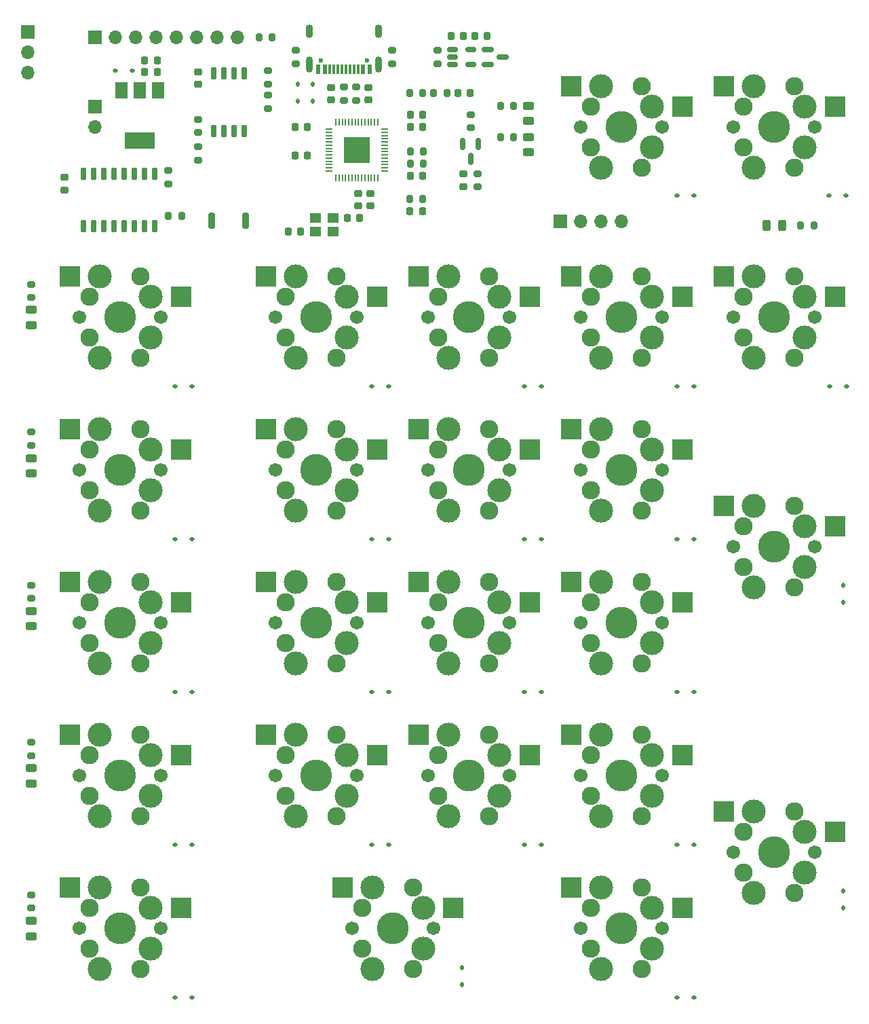
<source format=gbr>
%TF.GenerationSoftware,KiCad,Pcbnew,7.0.7*%
%TF.CreationDate,2024-03-23T11:57:10+09:00*%
%TF.ProjectId,RP2040_KBD,52503230-3430-45f4-9b42-442e6b696361,rev?*%
%TF.SameCoordinates,Original*%
%TF.FileFunction,Soldermask,Top*%
%TF.FilePolarity,Negative*%
%FSLAX46Y46*%
G04 Gerber Fmt 4.6, Leading zero omitted, Abs format (unit mm)*
G04 Created by KiCad (PCBNEW 7.0.7) date 2024-03-23 11:57:10*
%MOMM*%
%LPD*%
G01*
G04 APERTURE LIST*
G04 Aperture macros list*
%AMRoundRect*
0 Rectangle with rounded corners*
0 $1 Rounding radius*
0 $2 $3 $4 $5 $6 $7 $8 $9 X,Y pos of 4 corners*
0 Add a 4 corners polygon primitive as box body*
4,1,4,$2,$3,$4,$5,$6,$7,$8,$9,$2,$3,0*
0 Add four circle primitives for the rounded corners*
1,1,$1+$1,$2,$3*
1,1,$1+$1,$4,$5*
1,1,$1+$1,$6,$7*
1,1,$1+$1,$8,$9*
0 Add four rect primitives between the rounded corners*
20,1,$1+$1,$2,$3,$4,$5,0*
20,1,$1+$1,$4,$5,$6,$7,0*
20,1,$1+$1,$6,$7,$8,$9,0*
20,1,$1+$1,$8,$9,$2,$3,0*%
G04 Aperture macros list end*
%ADD10RoundRect,0.112500X0.187500X0.112500X-0.187500X0.112500X-0.187500X-0.112500X0.187500X-0.112500X0*%
%ADD11C,1.701800*%
%ADD12C,3.000000*%
%ADD13C,3.987800*%
%ADD14R,2.550000X2.500000*%
%ADD15C,2.286000*%
%ADD16RoundRect,0.200000X-0.275000X0.200000X-0.275000X-0.200000X0.275000X-0.200000X0.275000X0.200000X0*%
%ADD17RoundRect,0.112500X0.112500X-0.187500X0.112500X0.187500X-0.112500X0.187500X-0.112500X-0.187500X0*%
%ADD18RoundRect,0.225000X0.225000X0.250000X-0.225000X0.250000X-0.225000X-0.250000X0.225000X-0.250000X0*%
%ADD19C,0.600000*%
%ADD20R,0.600000X1.160000*%
%ADD21R,0.300000X1.160000*%
%ADD22O,0.900000X2.000000*%
%ADD23O,0.900000X1.700000*%
%ADD24RoundRect,0.200000X0.200000X0.275000X-0.200000X0.275000X-0.200000X-0.275000X0.200000X-0.275000X0*%
%ADD25RoundRect,0.225000X-0.225000X-0.250000X0.225000X-0.250000X0.225000X0.250000X-0.225000X0.250000X0*%
%ADD26R,1.700000X1.700000*%
%ADD27O,1.700000X1.700000*%
%ADD28RoundRect,0.150000X0.150000X-0.650000X0.150000X0.650000X-0.150000X0.650000X-0.150000X-0.650000X0*%
%ADD29RoundRect,0.200000X-0.200000X-0.275000X0.200000X-0.275000X0.200000X0.275000X-0.200000X0.275000X0*%
%ADD30RoundRect,0.225000X0.250000X-0.225000X0.250000X0.225000X-0.250000X0.225000X-0.250000X-0.225000X0*%
%ADD31RoundRect,0.150000X-0.150000X0.587500X-0.150000X-0.587500X0.150000X-0.587500X0.150000X0.587500X0*%
%ADD32RoundRect,0.243750X0.456250X-0.243750X0.456250X0.243750X-0.456250X0.243750X-0.456250X-0.243750X0*%
%ADD33RoundRect,0.150000X-0.512500X-0.150000X0.512500X-0.150000X0.512500X0.150000X-0.512500X0.150000X0*%
%ADD34R,1.500000X2.000000*%
%ADD35R,3.800000X2.000000*%
%ADD36RoundRect,0.225000X-0.250000X0.225000X-0.250000X-0.225000X0.250000X-0.225000X0.250000X0.225000X0*%
%ADD37RoundRect,0.200000X0.275000X-0.200000X0.275000X0.200000X-0.275000X0.200000X-0.275000X-0.200000X0*%
%ADD38RoundRect,0.200000X0.200000X0.800000X-0.200000X0.800000X-0.200000X-0.800000X0.200000X-0.800000X0*%
%ADD39R,1.400000X1.200000*%
%ADD40RoundRect,0.150000X-0.587500X-0.150000X0.587500X-0.150000X0.587500X0.150000X-0.587500X0.150000X0*%
%ADD41RoundRect,0.243750X-0.243750X-0.456250X0.243750X-0.456250X0.243750X0.456250X-0.243750X0.456250X0*%
%ADD42RoundRect,0.050000X-0.387500X-0.050000X0.387500X-0.050000X0.387500X0.050000X-0.387500X0.050000X0*%
%ADD43RoundRect,0.050000X-0.050000X-0.387500X0.050000X-0.387500X0.050000X0.387500X-0.050000X0.387500X0*%
%ADD44R,3.200000X3.200000*%
G04 APERTURE END LIST*
D10*
%TO.C,D20*%
X104590000Y-130240000D03*
X102490000Y-130240000D03*
%TD*%
D11*
%TO.C,SW3*%
X47010000Y-83520000D03*
D12*
X49550000Y-78440000D03*
X49550000Y-88600000D03*
D13*
X52090000Y-83520000D03*
D12*
X55900000Y-80980000D03*
X55900000Y-86060000D03*
D11*
X57170000Y-83520000D03*
D14*
X45800000Y-78440000D03*
D15*
X48280000Y-80980000D03*
X48280000Y-86060000D03*
X54630000Y-78440000D03*
X54630000Y-88600000D03*
D14*
X59650000Y-80980000D03*
%TD*%
D10*
%TO.C,D8*%
X61050000Y-92150000D03*
X58950000Y-92150000D03*
%TD*%
D16*
%TO.C,R11*%
X96700000Y-46550000D03*
X96700000Y-48200000D03*
%TD*%
D11*
%TO.C,SW14*%
X90530000Y-102570000D03*
D12*
X93070000Y-97490000D03*
X93070000Y-107650000D03*
D13*
X95610000Y-102570000D03*
D12*
X99420000Y-100030000D03*
X99420000Y-105110000D03*
D11*
X100690000Y-102570000D03*
D14*
X89320000Y-97490000D03*
D15*
X91800000Y-100030000D03*
X91800000Y-105110000D03*
X98150000Y-97490000D03*
X98150000Y-107650000D03*
D14*
X103170000Y-100030000D03*
%TD*%
D16*
%TO.C,R22*%
X41000000Y-78750000D03*
X41000000Y-80400000D03*
%TD*%
D11*
%TO.C,SW6*%
X47010000Y-140670000D03*
D12*
X49550000Y-135590000D03*
X49550000Y-145750000D03*
D13*
X52090000Y-140670000D03*
D12*
X55900000Y-138130000D03*
X55900000Y-143210000D03*
D11*
X57170000Y-140670000D03*
D14*
X45800000Y-135590000D03*
D15*
X48280000Y-138130000D03*
X48280000Y-143210000D03*
X54630000Y-135590000D03*
X54630000Y-145750000D03*
D14*
X59650000Y-138130000D03*
%TD*%
D11*
%TO.C,SW8*%
X71480000Y-83520000D03*
D12*
X74020000Y-78440000D03*
X74020000Y-88600000D03*
D13*
X76560000Y-83520000D03*
D12*
X80370000Y-80980000D03*
X80370000Y-86060000D03*
D11*
X81640000Y-83520000D03*
D14*
X70270000Y-78440000D03*
D15*
X72750000Y-80980000D03*
X72750000Y-86060000D03*
X79100000Y-78440000D03*
X79100000Y-88600000D03*
D14*
X84120000Y-80980000D03*
%TD*%
D17*
%TO.C,D3*%
X74200000Y-37500000D03*
X74200000Y-35400000D03*
%TD*%
D18*
%TO.C,C13*%
X95775000Y-36500000D03*
X94225000Y-36500000D03*
%TD*%
D19*
%TO.C,J3*%
X82890000Y-32450000D03*
X77110000Y-32450000D03*
D20*
X83200000Y-33510000D03*
X82400000Y-33510000D03*
D21*
X81250000Y-33510000D03*
X80250000Y-33510000D03*
X79750000Y-33510000D03*
X78750000Y-33510000D03*
D20*
X77600000Y-33510000D03*
X76800000Y-33510000D03*
X76800000Y-33510000D03*
X77600000Y-33510000D03*
D21*
X78250000Y-33510000D03*
X79250000Y-33510000D03*
X80750000Y-33510000D03*
X81750000Y-33510000D03*
D20*
X82400000Y-33510000D03*
X83200000Y-33510000D03*
D22*
X84320000Y-32930000D03*
D23*
X84320000Y-28760000D03*
D22*
X75680000Y-32930000D03*
D23*
X75680000Y-28760000D03*
%TD*%
D24*
%TO.C,R27*%
X59725000Y-51800000D03*
X58075000Y-51800000D03*
%TD*%
D25*
%TO.C,C2*%
X88250000Y-40700000D03*
X89800000Y-40700000D03*
%TD*%
D11*
%TO.C,SW17*%
X109580000Y-83520000D03*
D12*
X112120000Y-78440000D03*
X112120000Y-88600000D03*
D13*
X114660000Y-83520000D03*
D12*
X118470000Y-80980000D03*
X118470000Y-86060000D03*
D11*
X119740000Y-83520000D03*
D14*
X108370000Y-78440000D03*
D15*
X110850000Y-80980000D03*
X110850000Y-86060000D03*
X117200000Y-78440000D03*
X117200000Y-88600000D03*
D14*
X122220000Y-80980000D03*
%TD*%
D10*
%TO.C,D13*%
X85550000Y-92146666D03*
X83450000Y-92146666D03*
%TD*%
D26*
%TO.C,JP1*%
X40500000Y-28875000D03*
D27*
X40500000Y-31415000D03*
X40500000Y-33955000D03*
%TD*%
D28*
%TO.C,U3*%
X63695000Y-41200000D03*
X64965000Y-41200000D03*
X66235000Y-41200000D03*
X67505000Y-41200000D03*
X67505000Y-34000000D03*
X66235000Y-34000000D03*
X64965000Y-34000000D03*
X63695000Y-34000000D03*
%TD*%
D16*
%TO.C,R12*%
X95800000Y-39187500D03*
X95800000Y-40837500D03*
%TD*%
D29*
%TO.C,R28*%
X99550000Y-38100000D03*
X101200000Y-38100000D03*
%TD*%
D30*
%TO.C,C10*%
X94900000Y-48150000D03*
X94900000Y-46600000D03*
%TD*%
D25*
%TO.C,C4*%
X55125000Y-32400000D03*
X56675000Y-32400000D03*
%TD*%
D30*
%TO.C,C7*%
X78400000Y-37350000D03*
X78400000Y-35800000D03*
%TD*%
D16*
%TO.C,R2*%
X86000000Y-31175000D03*
X86000000Y-32825000D03*
%TD*%
D10*
%TO.C,D11*%
X61050000Y-149300000D03*
X58950000Y-149300000D03*
%TD*%
D11*
%TO.C,SW13*%
X90530000Y-83520000D03*
D12*
X93070000Y-78440000D03*
X93070000Y-88600000D03*
D13*
X95610000Y-83520000D03*
D12*
X99420000Y-80980000D03*
X99420000Y-86060000D03*
D11*
X100690000Y-83520000D03*
D14*
X89320000Y-78440000D03*
D15*
X91800000Y-80980000D03*
X91800000Y-86060000D03*
X98150000Y-78440000D03*
X98150000Y-88600000D03*
D14*
X103170000Y-80980000D03*
%TD*%
D17*
%TO.C,D27*%
X142340000Y-100000000D03*
X142340000Y-97900000D03*
%TD*%
D31*
%TO.C,Q1*%
X96750000Y-42862500D03*
X94850000Y-42862500D03*
X95800000Y-44737500D03*
%TD*%
D10*
%TO.C,D14*%
X85550000Y-111193332D03*
X83450000Y-111193332D03*
%TD*%
D32*
%TO.C,D35*%
X41000000Y-83875000D03*
X41000000Y-82000000D03*
%TD*%
D16*
%TO.C,R17*%
X81500000Y-35750000D03*
X81500000Y-37400000D03*
%TD*%
D18*
%TO.C,C1*%
X75450000Y-40700000D03*
X73900000Y-40700000D03*
%TD*%
D16*
%TO.C,R24*%
X41000000Y-117450000D03*
X41000000Y-119100000D03*
%TD*%
%TO.C,R13*%
X61800000Y-39775000D03*
X61800000Y-41425000D03*
%TD*%
%TO.C,R16*%
X80000000Y-35750000D03*
X80000000Y-37400000D03*
%TD*%
D11*
%TO.C,SW15*%
X90530000Y-121620000D03*
D12*
X93070000Y-116540000D03*
X93070000Y-126700000D03*
D13*
X95610000Y-121620000D03*
D12*
X99420000Y-119080000D03*
X99420000Y-124160000D03*
D11*
X100690000Y-121620000D03*
D14*
X89320000Y-116540000D03*
D15*
X91800000Y-119080000D03*
X91800000Y-124160000D03*
X98150000Y-116540000D03*
X98150000Y-126700000D03*
D14*
X103170000Y-119080000D03*
%TD*%
D33*
%TO.C,U2*%
X93525000Y-31050000D03*
X93525000Y-32000000D03*
X93525000Y-32950000D03*
X95800000Y-32950000D03*
X95800000Y-31050000D03*
%TD*%
D11*
%TO.C,SW22*%
X128630000Y-93045000D03*
D12*
X131170000Y-87965000D03*
X131170000Y-98125000D03*
D13*
X133710000Y-93045000D03*
D12*
X137520000Y-90505000D03*
X137520000Y-95585000D03*
D11*
X138790000Y-93045000D03*
D14*
X127420000Y-87965000D03*
D15*
X129900000Y-90505000D03*
X129900000Y-95585000D03*
X136250000Y-87965000D03*
X136250000Y-98125000D03*
D14*
X141270000Y-90505000D03*
%TD*%
D32*
%TO.C,D32*%
X41000000Y-102937500D03*
X41000000Y-101062500D03*
%TD*%
D34*
%TO.C,U1*%
X56800000Y-36150000D03*
X54500000Y-36150000D03*
D35*
X54500000Y-42450000D03*
D34*
X52200000Y-36150000D03*
%TD*%
D10*
%TO.C,D21*%
X123640000Y-73090000D03*
X121540000Y-73090000D03*
%TD*%
%TO.C,D7*%
X61050000Y-73100000D03*
X58950000Y-73100000D03*
%TD*%
D11*
%TO.C,SW11*%
X81005000Y-140670000D03*
D12*
X83545000Y-135590000D03*
X83545000Y-145750000D03*
D13*
X86085000Y-140670000D03*
D12*
X89895000Y-138130000D03*
X89895000Y-143210000D03*
D11*
X91165000Y-140670000D03*
D14*
X79795000Y-135590000D03*
D15*
X82275000Y-138130000D03*
X82275000Y-143210000D03*
X88625000Y-135590000D03*
X88625000Y-145750000D03*
D14*
X93645000Y-138130000D03*
%TD*%
D10*
%TO.C,D17*%
X104590000Y-73090000D03*
X102490000Y-73090000D03*
%TD*%
%TO.C,D25*%
X123640000Y-149290000D03*
X121540000Y-149290000D03*
%TD*%
D11*
%TO.C,SW12*%
X90530000Y-64470000D03*
D12*
X93070000Y-59390000D03*
X93070000Y-69550000D03*
D13*
X95610000Y-64470000D03*
D12*
X99420000Y-61930000D03*
X99420000Y-67010000D03*
D11*
X100690000Y-64470000D03*
D14*
X89320000Y-59390000D03*
D15*
X91800000Y-61930000D03*
X91800000Y-67010000D03*
X98150000Y-59390000D03*
X98150000Y-69550000D03*
D14*
X103170000Y-61930000D03*
%TD*%
D16*
%TO.C,R26*%
X58100000Y-46150000D03*
X58100000Y-47800000D03*
%TD*%
D32*
%TO.C,D37*%
X103000000Y-40000000D03*
X103000000Y-38125000D03*
%TD*%
D10*
%TO.C,D18*%
X104590000Y-92140000D03*
X102490000Y-92140000D03*
%TD*%
D17*
%TO.C,D2*%
X76100000Y-37500000D03*
X76100000Y-35400000D03*
%TD*%
D18*
%TO.C,C6*%
X75450000Y-44300000D03*
X73900000Y-44300000D03*
%TD*%
D29*
%TO.C,R14*%
X88200000Y-36500000D03*
X89850000Y-36500000D03*
%TD*%
D10*
%TO.C,D9*%
X61050000Y-111200000D03*
X58950000Y-111200000D03*
%TD*%
D25*
%TO.C,C15*%
X73050000Y-53800000D03*
X74600000Y-53800000D03*
%TD*%
%TO.C,C14*%
X88225000Y-51200000D03*
X89775000Y-51200000D03*
%TD*%
D32*
%TO.C,D33*%
X41000000Y-65407500D03*
X41000000Y-63532500D03*
%TD*%
D29*
%TO.C,R19*%
X69375000Y-29575000D03*
X71025000Y-29575000D03*
%TD*%
%TO.C,R29*%
X99550000Y-42000000D03*
X101200000Y-42000000D03*
%TD*%
D16*
%TO.C,R1*%
X61800000Y-43200000D03*
X61800000Y-44850000D03*
%TD*%
D17*
%TO.C,D16*%
X94720000Y-147620000D03*
X94720000Y-145520000D03*
%TD*%
D11*
%TO.C,SW4*%
X47010000Y-102570000D03*
D12*
X49550000Y-97490000D03*
X49550000Y-107650000D03*
D13*
X52090000Y-102570000D03*
D12*
X55900000Y-100030000D03*
X55900000Y-105110000D03*
D11*
X57170000Y-102570000D03*
D14*
X45800000Y-97490000D03*
D15*
X48280000Y-100030000D03*
X48280000Y-105110000D03*
X54630000Y-97490000D03*
X54630000Y-107650000D03*
D14*
X59650000Y-100030000D03*
%TD*%
D28*
%TO.C,U5*%
X47455000Y-53050000D03*
X48725000Y-53050000D03*
X49995000Y-53050000D03*
X51265000Y-53050000D03*
X52535000Y-53050000D03*
X53805000Y-53050000D03*
X55075000Y-53050000D03*
X56345000Y-53050000D03*
X56345000Y-46550000D03*
X55075000Y-46550000D03*
X53805000Y-46550000D03*
X52535000Y-46550000D03*
X51265000Y-46550000D03*
X49995000Y-46550000D03*
X48725000Y-46550000D03*
X47455000Y-46550000D03*
%TD*%
D11*
%TO.C,SW5*%
X47010000Y-121620000D03*
D12*
X49550000Y-116540000D03*
X49550000Y-126700000D03*
D13*
X52090000Y-121620000D03*
D12*
X55900000Y-119080000D03*
X55900000Y-124160000D03*
D11*
X57170000Y-121620000D03*
D14*
X45800000Y-116540000D03*
D15*
X48280000Y-119080000D03*
X48280000Y-124160000D03*
X54630000Y-116540000D03*
X54630000Y-126700000D03*
D14*
X59650000Y-119080000D03*
%TD*%
D24*
%TO.C,R20*%
X138650000Y-53000000D03*
X137000000Y-53000000D03*
%TD*%
D36*
%TO.C,C18*%
X83000000Y-35800000D03*
X83000000Y-37350000D03*
%TD*%
D10*
%TO.C,D29*%
X123650000Y-49300000D03*
X121550000Y-49300000D03*
%TD*%
D37*
%TO.C,R7*%
X70500000Y-35350000D03*
X70500000Y-33700000D03*
%TD*%
D11*
%TO.C,SW19*%
X109580000Y-121620000D03*
D12*
X112120000Y-116540000D03*
X112120000Y-126700000D03*
D13*
X114660000Y-121620000D03*
D12*
X118470000Y-119080000D03*
X118470000Y-124160000D03*
D11*
X119740000Y-121620000D03*
D14*
X108370000Y-116540000D03*
D15*
X110850000Y-119080000D03*
X110850000Y-124160000D03*
X117200000Y-116540000D03*
X117200000Y-126700000D03*
D14*
X122220000Y-119080000D03*
%TD*%
D38*
%TO.C,SW1*%
X67700000Y-52400000D03*
X63500000Y-52400000D03*
%TD*%
D32*
%TO.C,D38*%
X103000000Y-43875000D03*
X103000000Y-42000000D03*
%TD*%
D11*
%TO.C,SW18*%
X109580000Y-102570000D03*
D12*
X112120000Y-97490000D03*
X112120000Y-107650000D03*
D13*
X114660000Y-102570000D03*
D12*
X118470000Y-100030000D03*
X118470000Y-105110000D03*
D11*
X119740000Y-102570000D03*
D14*
X108370000Y-97490000D03*
D15*
X110850000Y-100030000D03*
X110850000Y-105110000D03*
X117200000Y-97490000D03*
X117200000Y-107650000D03*
D14*
X122220000Y-100030000D03*
%TD*%
D25*
%TO.C,C19*%
X88250000Y-39200000D03*
X89800000Y-39200000D03*
%TD*%
D37*
%TO.C,R8*%
X70500000Y-38400000D03*
X70500000Y-36750000D03*
%TD*%
D10*
%TO.C,D24*%
X123640000Y-130240000D03*
X121540000Y-130240000D03*
%TD*%
%TO.C,D10*%
X61050000Y-130250000D03*
X58950000Y-130250000D03*
%TD*%
D26*
%TO.C,J4*%
X48940000Y-29575000D03*
D27*
X51480000Y-29575000D03*
X54020000Y-29575000D03*
X56560000Y-29575000D03*
X59100000Y-29575000D03*
X61640000Y-29575000D03*
X64180000Y-29575000D03*
X66720000Y-29575000D03*
%TD*%
D10*
%TO.C,D23*%
X123640000Y-111190000D03*
X121540000Y-111190000D03*
%TD*%
%TO.C,D1*%
X53550000Y-33700000D03*
X51450000Y-33700000D03*
%TD*%
%TO.C,D15*%
X85550000Y-130240000D03*
X83450000Y-130240000D03*
%TD*%
D11*
%TO.C,SW9*%
X71480000Y-102570000D03*
D12*
X74020000Y-97490000D03*
X74020000Y-107650000D03*
D13*
X76560000Y-102570000D03*
D12*
X80370000Y-100030000D03*
X80370000Y-105110000D03*
D11*
X81640000Y-102570000D03*
D14*
X70270000Y-97490000D03*
D15*
X72750000Y-100030000D03*
X72750000Y-105110000D03*
X79100000Y-97490000D03*
X79100000Y-107650000D03*
D14*
X84120000Y-100030000D03*
%TD*%
D16*
%TO.C,R21*%
X41000000Y-60350000D03*
X41000000Y-62000000D03*
%TD*%
D39*
%TO.C,Y1*%
X76400000Y-53800000D03*
X78600000Y-53800000D03*
X78600000Y-52100000D03*
X76400000Y-52100000D03*
%TD*%
D29*
%TO.C,R4*%
X88250000Y-43800000D03*
X89900000Y-43800000D03*
%TD*%
D25*
%TO.C,C11*%
X96347500Y-29390000D03*
X97897500Y-29390000D03*
%TD*%
D10*
%TO.C,D22*%
X123640000Y-92140000D03*
X121540000Y-92140000D03*
%TD*%
D11*
%TO.C,SW10*%
X71480000Y-121620000D03*
D12*
X74020000Y-116540000D03*
X74020000Y-126700000D03*
D13*
X76560000Y-121620000D03*
D12*
X80370000Y-119080000D03*
X80370000Y-124160000D03*
D11*
X81640000Y-121620000D03*
D14*
X70270000Y-116540000D03*
D15*
X72750000Y-119080000D03*
X72750000Y-124160000D03*
X79100000Y-116540000D03*
X79100000Y-126700000D03*
D14*
X84120000Y-119080000D03*
%TD*%
D10*
%TO.C,D26*%
X142690000Y-73090000D03*
X140590000Y-73090000D03*
%TD*%
D25*
%TO.C,C3*%
X88300000Y-46800000D03*
X89850000Y-46800000D03*
%TD*%
D11*
%TO.C,SW20*%
X109580000Y-140670000D03*
D12*
X112120000Y-135590000D03*
X112120000Y-145750000D03*
D13*
X114660000Y-140670000D03*
D12*
X118470000Y-138130000D03*
X118470000Y-143210000D03*
D11*
X119740000Y-140670000D03*
D14*
X108370000Y-135590000D03*
D15*
X110850000Y-138130000D03*
X110850000Y-143210000D03*
X117200000Y-135590000D03*
X117200000Y-145750000D03*
D14*
X122220000Y-138130000D03*
%TD*%
D30*
%TO.C,C17*%
X83300000Y-50575000D03*
X83300000Y-49025000D03*
%TD*%
D36*
%TO.C,C12*%
X61800000Y-33850000D03*
X61800000Y-35400000D03*
%TD*%
D37*
%TO.C,R3*%
X74000000Y-32825000D03*
X74000000Y-31175000D03*
%TD*%
D40*
%TO.C,D6*%
X97960000Y-31050000D03*
X97960000Y-32950000D03*
X99835000Y-32000000D03*
%TD*%
D32*
%TO.C,D34*%
X41000000Y-122557500D03*
X41000000Y-120682500D03*
%TD*%
D25*
%TO.C,C9*%
X93347500Y-29390000D03*
X94897500Y-29390000D03*
%TD*%
D11*
%TO.C,SW2*%
X47010000Y-64470000D03*
D12*
X49550000Y-59390000D03*
X49550000Y-69550000D03*
D13*
X52090000Y-64470000D03*
D12*
X55900000Y-61930000D03*
X55900000Y-67010000D03*
D11*
X57170000Y-64470000D03*
D14*
X45800000Y-59390000D03*
D15*
X48280000Y-61930000D03*
X48280000Y-67010000D03*
X54630000Y-59390000D03*
X54630000Y-69550000D03*
D14*
X59650000Y-61930000D03*
%TD*%
D30*
%TO.C,C20*%
X45125000Y-48575000D03*
X45125000Y-47025000D03*
%TD*%
D29*
%TO.C,R15*%
X91200000Y-36500000D03*
X92850000Y-36500000D03*
%TD*%
D11*
%TO.C,SW24*%
X109580000Y-40700000D03*
D12*
X112120000Y-35620000D03*
X112120000Y-45780000D03*
D13*
X114660000Y-40700000D03*
D12*
X118470000Y-38160000D03*
X118470000Y-43240000D03*
D11*
X119740000Y-40700000D03*
D14*
X108370000Y-35620000D03*
D15*
X110850000Y-38160000D03*
X110850000Y-43240000D03*
X117200000Y-35620000D03*
X117200000Y-45780000D03*
D14*
X122220000Y-38160000D03*
%TD*%
D29*
%TO.C,R18*%
X88175000Y-49700000D03*
X89825000Y-49700000D03*
%TD*%
D37*
%TO.C,R6*%
X91697500Y-32825000D03*
X91697500Y-31175000D03*
%TD*%
D25*
%TO.C,C8*%
X55125000Y-33900000D03*
X56675000Y-33900000D03*
%TD*%
D18*
%TO.C,C16*%
X81950000Y-52100000D03*
X80400000Y-52100000D03*
%TD*%
D36*
%TO.C,C5*%
X81800000Y-49025000D03*
X81800000Y-50575000D03*
%TD*%
D24*
%TO.C,R5*%
X89900000Y-45300000D03*
X88250000Y-45300000D03*
%TD*%
D16*
%TO.C,R25*%
X41000000Y-136450000D03*
X41000000Y-138100000D03*
%TD*%
D11*
%TO.C,SW7*%
X71480000Y-64470000D03*
D12*
X74020000Y-59390000D03*
X74020000Y-69550000D03*
D13*
X76560000Y-64470000D03*
D12*
X80370000Y-61930000D03*
X80370000Y-67010000D03*
D11*
X81640000Y-64470000D03*
D14*
X70270000Y-59390000D03*
D15*
X72750000Y-61930000D03*
X72750000Y-67010000D03*
X79100000Y-59390000D03*
X79100000Y-69550000D03*
D14*
X84120000Y-61930000D03*
%TD*%
D41*
%TO.C,D31*%
X132772500Y-53000000D03*
X134647500Y-53000000D03*
%TD*%
D17*
%TO.C,D28*%
X142340000Y-138097500D03*
X142340000Y-135997500D03*
%TD*%
D42*
%TO.C,U4*%
X78162500Y-41000000D03*
X78162500Y-41400000D03*
X78162500Y-41800000D03*
X78162500Y-42200000D03*
X78162500Y-42600000D03*
X78162500Y-43000000D03*
X78162500Y-43400000D03*
X78162500Y-43800000D03*
X78162500Y-44200000D03*
X78162500Y-44600000D03*
X78162500Y-45000000D03*
X78162500Y-45400000D03*
X78162500Y-45800000D03*
X78162500Y-46200000D03*
D43*
X79000000Y-47037500D03*
X79400000Y-47037500D03*
X79800000Y-47037500D03*
X80200000Y-47037500D03*
X80600000Y-47037500D03*
X81000000Y-47037500D03*
X81400000Y-47037500D03*
X81800000Y-47037500D03*
X82200000Y-47037500D03*
X82600000Y-47037500D03*
X83000000Y-47037500D03*
X83400000Y-47037500D03*
X83800000Y-47037500D03*
X84200000Y-47037500D03*
D42*
X85037500Y-46200000D03*
X85037500Y-45800000D03*
X85037500Y-45400000D03*
X85037500Y-45000000D03*
X85037500Y-44600000D03*
X85037500Y-44200000D03*
X85037500Y-43800000D03*
X85037500Y-43400000D03*
X85037500Y-43000000D03*
X85037500Y-42600000D03*
X85037500Y-42200000D03*
X85037500Y-41800000D03*
X85037500Y-41400000D03*
X85037500Y-41000000D03*
D43*
X84200000Y-40162500D03*
X83800000Y-40162500D03*
X83400000Y-40162500D03*
X83000000Y-40162500D03*
X82600000Y-40162500D03*
X82200000Y-40162500D03*
X81800000Y-40162500D03*
X81400000Y-40162500D03*
X81000000Y-40162500D03*
X80600000Y-40162500D03*
X80200000Y-40162500D03*
X79800000Y-40162500D03*
X79400000Y-40162500D03*
X79000000Y-40162500D03*
D44*
X81600000Y-43600000D03*
%TD*%
D16*
%TO.C,R23*%
X41000000Y-97850000D03*
X41000000Y-99500000D03*
%TD*%
D11*
%TO.C,SW23*%
X128630000Y-131145000D03*
D12*
X131170000Y-126065000D03*
X131170000Y-136225000D03*
D13*
X133710000Y-131145000D03*
D12*
X137520000Y-128605000D03*
X137520000Y-133685000D03*
D11*
X138790000Y-131145000D03*
D14*
X127420000Y-126065000D03*
D15*
X129900000Y-128605000D03*
X129900000Y-133685000D03*
X136250000Y-126065000D03*
X136250000Y-136225000D03*
D14*
X141270000Y-128605000D03*
%TD*%
D26*
%TO.C,J2*%
X107000000Y-52500000D03*
D27*
X109540000Y-52500000D03*
X112080000Y-52500000D03*
X114620000Y-52500000D03*
%TD*%
D11*
%TO.C,SW21*%
X128630000Y-64470000D03*
D12*
X131170000Y-59390000D03*
X131170000Y-69550000D03*
D13*
X133710000Y-64470000D03*
D12*
X137520000Y-61930000D03*
X137520000Y-67010000D03*
D11*
X138790000Y-64470000D03*
D14*
X127420000Y-59390000D03*
D15*
X129900000Y-61930000D03*
X129900000Y-67010000D03*
X136250000Y-59390000D03*
X136250000Y-69550000D03*
D14*
X141270000Y-61930000D03*
%TD*%
D11*
%TO.C,SW25*%
X128630000Y-40700000D03*
D12*
X131170000Y-35620000D03*
X131170000Y-45780000D03*
D13*
X133710000Y-40700000D03*
D12*
X137520000Y-38160000D03*
X137520000Y-43240000D03*
D11*
X138790000Y-40700000D03*
D14*
X127420000Y-35620000D03*
D15*
X129900000Y-38160000D03*
X129900000Y-43240000D03*
X136250000Y-35620000D03*
X136250000Y-45780000D03*
D14*
X141270000Y-38160000D03*
%TD*%
D10*
%TO.C,D19*%
X104590000Y-111190000D03*
X102490000Y-111190000D03*
%TD*%
D32*
%TO.C,D36*%
X41000000Y-141607500D03*
X41000000Y-139732500D03*
%TD*%
D11*
%TO.C,SW16*%
X109580000Y-64470000D03*
D12*
X112120000Y-59390000D03*
X112120000Y-69550000D03*
D13*
X114660000Y-64470000D03*
D12*
X118470000Y-61930000D03*
X118470000Y-67010000D03*
D11*
X119740000Y-64470000D03*
D14*
X108370000Y-59390000D03*
D15*
X110850000Y-61930000D03*
X110850000Y-67010000D03*
X117200000Y-59390000D03*
X117200000Y-69550000D03*
D14*
X122220000Y-61930000D03*
%TD*%
D26*
%TO.C,J1*%
X48940000Y-38160000D03*
D27*
X48940000Y-40700000D03*
%TD*%
D10*
%TO.C,D12*%
X85550000Y-73100000D03*
X83450000Y-73100000D03*
%TD*%
%TO.C,D30*%
X142650000Y-49300000D03*
X140550000Y-49300000D03*
%TD*%
M02*

</source>
